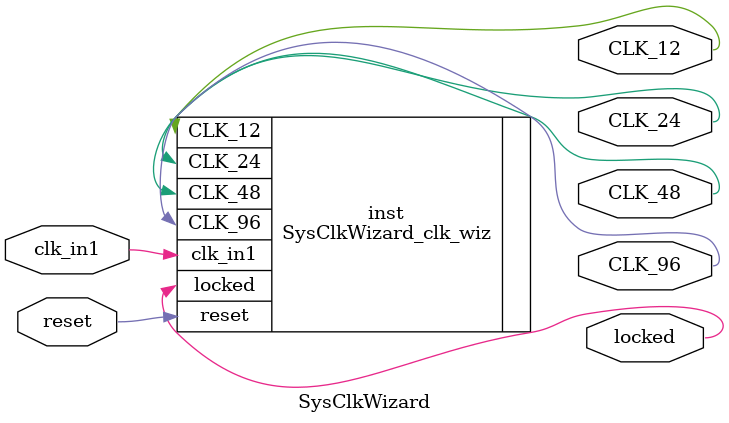
<source format=v>


`timescale 1ps/1ps

(* CORE_GENERATION_INFO = "SysClkWizard,clk_wiz_v6_0_9_0_0,{component_name=SysClkWizard,use_phase_alignment=true,use_min_o_jitter=false,use_max_i_jitter=false,use_dyn_phase_shift=false,use_inclk_switchover=false,use_dyn_reconfig=false,enable_axi=0,feedback_source=FDBK_AUTO,PRIMITIVE=MMCM,num_out_clk=4,clkin1_period=83.333,clkin2_period=10.0,use_power_down=false,use_reset=true,use_locked=true,use_inclk_stopped=false,feedback_type=SINGLE,CLOCK_MGR_TYPE=NA,manual_override=false}" *)

module SysClkWizard 
 (
  // Clock out ports
  output        CLK_12,
  output        CLK_24,
  output        CLK_48,
  output        CLK_96,
  // Status and control signals
  input         reset,
  output        locked,
 // Clock in ports
  input         clk_in1
 );

  SysClkWizard_clk_wiz inst
  (
  // Clock out ports  
  .CLK_12(CLK_12),
  .CLK_24(CLK_24),
  .CLK_48(CLK_48),
  .CLK_96(CLK_96),
  // Status and control signals               
  .reset(reset), 
  .locked(locked),
 // Clock in ports
  .clk_in1(clk_in1)
  );

endmodule

</source>
